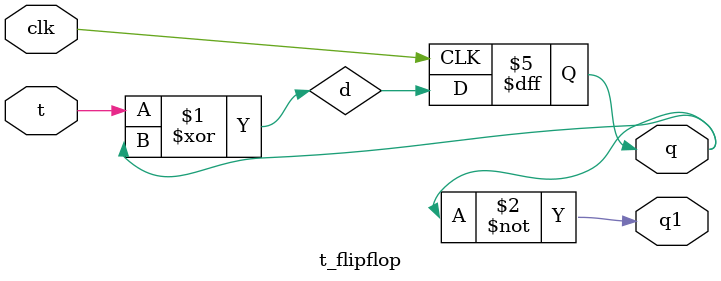
<source format=v>
module t_flipflop (input t,input clk,output reg q,output q1);
wire d;
assign d = t ^ q;     
assign q1 = ~q;
initial q = 0;
always @(posedge clk) begin
q <= d;
end
endmodule



</source>
